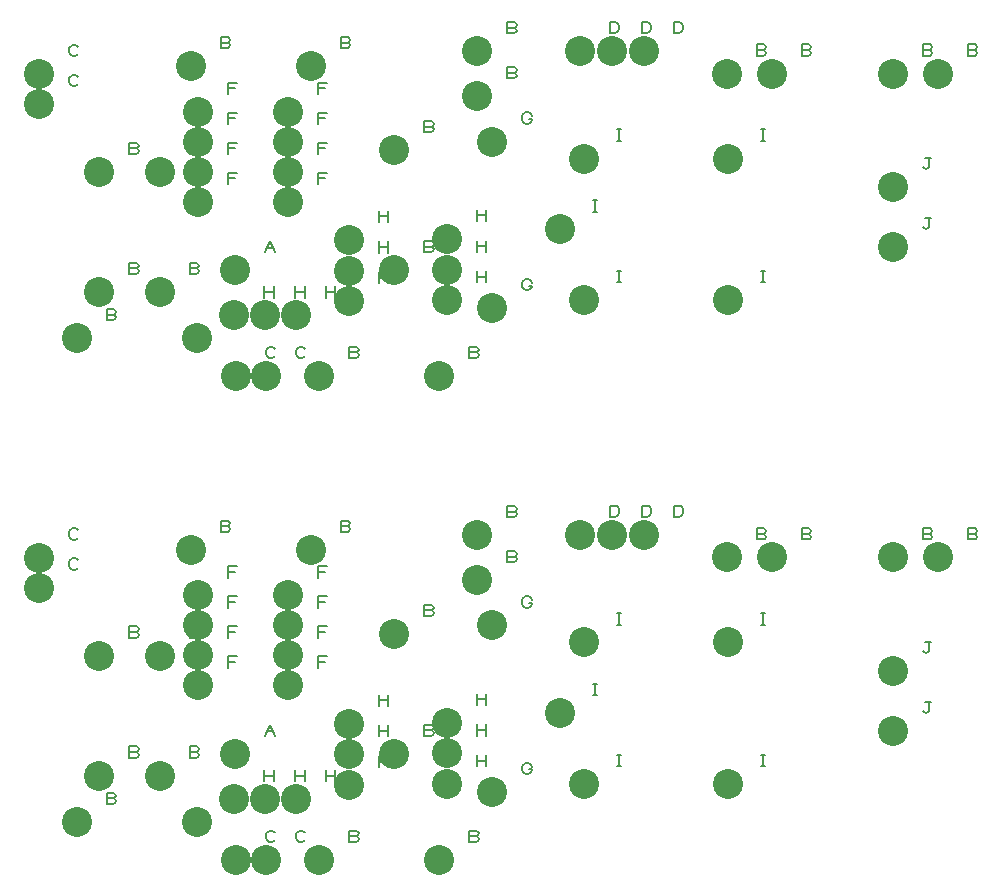
<source format=gbr>
G04 DesignSpark PCB Gerber Version 10.0 Build 5299*
G04 #@! TF.Part,Single*
G04 #@! TF.FileFunction,Drillmap*
G04 #@! TF.FilePolarity,Positive*
%FSLAX35Y35*%
%MOIN*%
%ADD15C,0.00500*%
G04 #@! TA.AperFunction,ViaPad*
%ADD81C,0.10000*%
G04 #@! TD.AperFunction*
X0Y0D02*
D02*
D15*
X119552Y143226D02*
X119239Y142913D01*
X118614Y142600D01*
X117677D01*
X117052Y142913D01*
X116739Y143226D01*
X116427Y143850D01*
Y145100D01*
X116739Y145726D01*
X117052Y146038D01*
X117677Y146350D01*
X118614D01*
X119239Y146038D01*
X119552Y145726D01*
Y153226D02*
X119239Y152913D01*
X118614Y152600D01*
X117677D01*
X117052Y152913D01*
X116739Y153226D01*
X116427Y153850D01*
Y155100D01*
X116739Y155726D01*
X117052Y156038D01*
X117677Y156350D01*
X118614D01*
X119239Y156038D01*
X119552Y155726D01*
Y304485D02*
X119239Y304173D01*
X118614Y303860D01*
X117677D01*
X117052Y304173D01*
X116739Y304485D01*
X116427Y305110D01*
Y306360D01*
X116739Y306985D01*
X117052Y307298D01*
X117677Y307610D01*
X118614D01*
X119239Y307298D01*
X119552Y306985D01*
Y314485D02*
X119239Y314173D01*
X118614Y313860D01*
X117677D01*
X117052Y314173D01*
X116739Y314485D01*
X116427Y315110D01*
Y316360D01*
X116739Y316985D01*
X117052Y317298D01*
X117677Y317610D01*
X118614D01*
X119239Y317298D01*
X119552Y316985D01*
X131213Y66365D02*
X131838Y66053D01*
X132150Y65428D01*
X131838Y64803D01*
X131213Y64490D01*
X129025D01*
Y68240D01*
X131213D01*
X131838Y67928D01*
X132150Y67303D01*
X131838Y66678D01*
X131213Y66365D01*
X129025D01*
X131213Y227625D02*
X131838Y227313D01*
X132150Y226688D01*
X131838Y226063D01*
X131213Y225750D01*
X129025D01*
Y229500D01*
X131213D01*
X131838Y229188D01*
X132150Y228563D01*
X131838Y227938D01*
X131213Y227625D01*
X129025D01*
X138772Y81798D02*
X139397Y81486D01*
X139709Y80861D01*
X139397Y80236D01*
X138772Y79923D01*
X136584D01*
Y83673D01*
X138772D01*
X139397Y83361D01*
X139709Y82736D01*
X139397Y82111D01*
X138772Y81798D01*
X136584D01*
X138772Y121798D02*
X139397Y121486D01*
X139709Y120861D01*
X139397Y120236D01*
X138772Y119923D01*
X136584D01*
Y123673D01*
X138772D01*
X139397Y123361D01*
X139709Y122736D01*
X139397Y122111D01*
X138772Y121798D01*
X136584D01*
X138772Y243058D02*
X139397Y242746D01*
X139709Y242121D01*
X139397Y241496D01*
X138772Y241183D01*
X136584D01*
Y244933D01*
X138772D01*
X139397Y244621D01*
X139709Y243996D01*
X139397Y243371D01*
X138772Y243058D01*
X136584D01*
X138772Y283058D02*
X139397Y282746D01*
X139709Y282121D01*
X139397Y281496D01*
X138772Y281183D01*
X136584D01*
Y284933D01*
X138772D01*
X139397Y284621D01*
X139709Y283996D01*
X139397Y283371D01*
X138772Y283058D01*
X136584D01*
X158929Y81798D02*
X159554Y81486D01*
X159867Y80861D01*
X159554Y80236D01*
X158929Y79923D01*
X156742D01*
Y83673D01*
X158929D01*
X159554Y83361D01*
X159867Y82736D01*
X159554Y82111D01*
X158929Y81798D01*
X156742D01*
X158929Y121798D02*
X159554Y121486D01*
X159867Y120861D01*
X159554Y120236D01*
X158929Y119923D01*
X156742D01*
Y123673D01*
X158929D01*
X159554Y123361D01*
X159867Y122736D01*
X159554Y122111D01*
X158929Y121798D01*
X156742D01*
X158929Y243058D02*
X159554Y242746D01*
X159867Y242121D01*
X159554Y241496D01*
X158929Y241183D01*
X156742D01*
Y244933D01*
X158929D01*
X159554Y244621D01*
X159867Y243996D01*
X159554Y243371D01*
X158929Y243058D01*
X156742D01*
X158929Y283058D02*
X159554Y282746D01*
X159867Y282121D01*
X159554Y281496D01*
X158929Y281183D01*
X156742D01*
Y284933D01*
X158929D01*
X159554Y284621D01*
X159867Y283996D01*
X159554Y283371D01*
X158929Y283058D01*
X156742D01*
X169323Y157074D02*
X169948Y156761D01*
X170261Y156137D01*
X169948Y155511D01*
X169323Y155199D01*
X167135D01*
Y158949D01*
X169323D01*
X169948Y158637D01*
X170261Y158011D01*
X169948Y157387D01*
X169323Y157074D01*
X167135D01*
X169323Y318334D02*
X169948Y318021D01*
X170261Y317396D01*
X169948Y316771D01*
X169323Y316459D01*
X167135D01*
Y320209D01*
X169323D01*
X169948Y319896D01*
X170261Y319271D01*
X169948Y318646D01*
X169323Y318334D01*
X167135D01*
X171213Y66365D02*
X171838Y66053D01*
X172150Y65428D01*
X171838Y64803D01*
X171213Y64490D01*
X169025D01*
Y68240D01*
X171213D01*
X171838Y67928D01*
X172150Y67303D01*
X171838Y66678D01*
X171213Y66365D01*
X169025D01*
X171213Y227625D02*
X171838Y227313D01*
X172150Y226688D01*
X171838Y226063D01*
X171213Y225750D01*
X169025D01*
Y229500D01*
X171213D01*
X171838Y229188D01*
X172150Y228563D01*
X171838Y227938D01*
X171213Y227625D01*
X169025D01*
X169458Y109963D02*
Y113713D01*
X172583D01*
X171958Y111838D02*
X169458D01*
Y119963D02*
Y123713D01*
X172583D01*
X171958Y121838D02*
X169458D01*
Y129963D02*
Y133713D01*
X172583D01*
X171958Y131838D02*
X169458D01*
Y139963D02*
Y143713D01*
X172583D01*
X171958Y141838D02*
X169458D01*
Y271222D02*
Y274972D01*
X172583D01*
X171958Y273098D02*
X169458D01*
Y281222D02*
Y284972D01*
X172583D01*
X171958Y283098D02*
X169458D01*
Y291222D02*
Y294972D01*
X172583D01*
X171958Y293098D02*
X169458D01*
Y301222D02*
Y304972D01*
X172583D01*
X171958Y303098D02*
X169458D01*
X181624Y72049D02*
Y75799D01*
Y73924D02*
X184749D01*
Y72049D02*
Y75799D01*
X181624Y233309D02*
Y237059D01*
Y235184D02*
X184749D01*
Y233309D02*
Y237059D01*
X181939Y87167D02*
X183501Y90917D01*
X185064Y87167D01*
X182564Y88730D02*
X184439D01*
X181939Y248427D02*
X183501Y252177D01*
X185064Y248427D01*
X182564Y249990D02*
X184439D01*
X185143Y52517D02*
X184830Y52204D01*
X184205Y51892D01*
X183267D01*
X182643Y52204D01*
X182330Y52517D01*
X182017Y53142D01*
Y54392D01*
X182330Y55017D01*
X182643Y55330D01*
X183267Y55642D01*
X184205D01*
X184830Y55330D01*
X185143Y55017D01*
Y213777D02*
X184830Y213464D01*
X184205Y213152D01*
X183267D01*
X182643Y213464D01*
X182330Y213777D01*
X182017Y214402D01*
Y215652D01*
X182330Y216277D01*
X182643Y216589D01*
X183267Y216902D01*
X184205D01*
X184830Y216589D01*
X185143Y216277D01*
X191860Y72049D02*
Y75799D01*
Y73924D02*
X194985D01*
Y72049D02*
Y75799D01*
X191860Y233309D02*
Y237059D01*
Y235184D02*
X194985D01*
Y233309D02*
Y237059D01*
X195143Y52517D02*
X194830Y52204D01*
X194205Y51892D01*
X193267D01*
X192643Y52204D01*
X192330Y52517D01*
X192017Y53142D01*
Y54392D01*
X192330Y55017D01*
X192643Y55330D01*
X193267Y55642D01*
X194205D01*
X194830Y55330D01*
X195143Y55017D01*
Y213777D02*
X194830Y213464D01*
X194205Y213152D01*
X193267D01*
X192643Y213464D01*
X192330Y213777D01*
X192017Y214402D01*
Y215652D01*
X192330Y216277D01*
X192643Y216589D01*
X193267Y216902D01*
X194205D01*
X194830Y216589D01*
X195143Y216277D01*
X199458Y109963D02*
Y113713D01*
X202583D01*
X201958Y111838D02*
X199458D01*
Y119963D02*
Y123713D01*
X202583D01*
X201958Y121838D02*
X199458D01*
Y129963D02*
Y133713D01*
X202583D01*
X201958Y131838D02*
X199458D01*
Y139963D02*
Y143713D01*
X202583D01*
X201958Y141838D02*
X199458D01*
Y271222D02*
Y274972D01*
X202583D01*
X201958Y273098D02*
X199458D01*
Y281222D02*
Y284972D01*
X202583D01*
X201958Y283098D02*
X199458D01*
Y291222D02*
Y294972D01*
X202583D01*
X201958Y293098D02*
X199458D01*
Y301222D02*
Y304972D01*
X202583D01*
X201958Y303098D02*
X199458D01*
X202096Y72049D02*
Y75799D01*
Y73924D02*
X205221D01*
Y72049D02*
Y75799D01*
X202096Y233309D02*
Y237059D01*
Y235184D02*
X205221D01*
Y233309D02*
Y237059D01*
X209323Y157074D02*
X209948Y156761D01*
X210261Y156137D01*
X209948Y155511D01*
X209323Y155199D01*
X207135D01*
Y158949D01*
X209323D01*
X209948Y158637D01*
X210261Y158011D01*
X209948Y157387D01*
X209323Y157074D01*
X207135D01*
X209323Y318334D02*
X209948Y318021D01*
X210261Y317396D01*
X209948Y316771D01*
X209323Y316459D01*
X207135D01*
Y320209D01*
X209323D01*
X209948Y319896D01*
X210261Y319271D01*
X209948Y318646D01*
X209323Y318334D01*
X207135D01*
X212157Y53767D02*
X212783Y53454D01*
X213095Y52830D01*
X212783Y52204D01*
X212157Y51892D01*
X209970D01*
Y55642D01*
X212157D01*
X212783Y55330D01*
X213095Y54704D01*
X212783Y54080D01*
X212157Y53767D01*
X209970D01*
X212157Y215027D02*
X212783Y214714D01*
X213095Y214089D01*
X212783Y213464D01*
X212157Y213152D01*
X209970D01*
Y216902D01*
X212157D01*
X212783Y216589D01*
X213095Y215964D01*
X212783Y215339D01*
X212157Y215027D01*
X209970D01*
X219734Y76774D02*
Y80524D01*
Y78649D02*
X222859D01*
Y76774D02*
Y80524D01*
X219734Y87010D02*
Y90760D01*
Y88885D02*
X222859D01*
Y87010D02*
Y90760D01*
X219734Y97246D02*
Y100996D01*
Y99121D02*
X222859D01*
Y97246D02*
Y100996D01*
X219734Y238033D02*
Y241783D01*
Y239909D02*
X222859D01*
Y238033D02*
Y241783D01*
X219734Y248270D02*
Y252020D01*
Y250145D02*
X222859D01*
Y248270D02*
Y252020D01*
X219734Y258506D02*
Y262256D01*
Y260381D02*
X222859D01*
Y258506D02*
Y262256D01*
X237039Y89043D02*
X237665Y88730D01*
X237977Y88105D01*
X237665Y87480D01*
X237039Y87167D01*
X234852D01*
Y90917D01*
X237039D01*
X237665Y90605D01*
X237977Y89980D01*
X237665Y89355D01*
X237039Y89043D01*
X234852D01*
X237039Y129043D02*
X237665Y128730D01*
X237977Y128105D01*
X237665Y127480D01*
X237039Y127167D01*
X234852D01*
Y130917D01*
X237039D01*
X237665Y130605D01*
X237977Y129980D01*
X237665Y129355D01*
X237039Y129043D01*
X234852D01*
X237039Y250302D02*
X237665Y249990D01*
X237977Y249365D01*
X237665Y248740D01*
X237039Y248427D01*
X234852D01*
Y252177D01*
X237039D01*
X237665Y251865D01*
X237977Y251240D01*
X237665Y250615D01*
X237039Y250302D01*
X234852D01*
X237039Y290302D02*
X237665Y289990D01*
X237977Y289365D01*
X237665Y288740D01*
X237039Y288427D01*
X234852D01*
Y292177D01*
X237039D01*
X237665Y291865D01*
X237977Y291240D01*
X237665Y290615D01*
X237039Y290302D01*
X234852D01*
X252157Y53767D02*
X252783Y53454D01*
X253095Y52830D01*
X252783Y52204D01*
X252157Y51892D01*
X249970D01*
Y55642D01*
X252157D01*
X252783Y55330D01*
X253095Y54704D01*
X252783Y54080D01*
X252157Y53767D01*
X249970D01*
X252157Y215027D02*
X252783Y214714D01*
X253095Y214089D01*
X252783Y213464D01*
X252157Y213152D01*
X249970D01*
Y216902D01*
X252157D01*
X252783Y216589D01*
X253095Y215964D01*
X252783Y215339D01*
X252157Y215027D01*
X249970D01*
X252490Y77089D02*
Y80839D01*
Y78964D02*
X255615D01*
Y77089D02*
Y80839D01*
X252490Y87325D02*
Y91075D01*
Y89200D02*
X255615D01*
Y87325D02*
Y91075D01*
X252490Y97561D02*
Y101311D01*
Y99436D02*
X255615D01*
Y97561D02*
Y101311D01*
X252490Y238348D02*
Y242098D01*
Y240224D02*
X255615D01*
Y238348D02*
Y242098D01*
X252490Y248585D02*
Y252335D01*
Y250460D02*
X255615D01*
Y248585D02*
Y252335D01*
X252490Y258821D02*
Y262571D01*
Y260696D02*
X255615D01*
Y258821D02*
Y262571D01*
X264756Y146995D02*
X265381Y146683D01*
X265694Y146058D01*
X265381Y145433D01*
X264756Y145120D01*
X262569D01*
Y148870D01*
X264756D01*
X265381Y148558D01*
X265694Y147933D01*
X265381Y147308D01*
X264756Y146995D01*
X262569D01*
X264756Y161995D02*
X265381Y161683D01*
X265694Y161058D01*
X265381Y160433D01*
X264756Y160120D01*
X262569D01*
Y163870D01*
X264756D01*
X265381Y163558D01*
X265694Y162933D01*
X265381Y162308D01*
X264756Y161995D01*
X262569D01*
X264756Y308255D02*
X265381Y307943D01*
X265694Y307318D01*
X265381Y306693D01*
X264756Y306380D01*
X262569D01*
Y310130D01*
X264756D01*
X265381Y309818D01*
X265694Y309193D01*
X265381Y308568D01*
X264756Y308255D01*
X262569D01*
X264756Y323255D02*
X265381Y322943D01*
X265694Y322318D01*
X265381Y321693D01*
X264756Y321380D01*
X262569D01*
Y325130D01*
X264756D01*
X265381Y324818D01*
X265694Y324193D01*
X265381Y323568D01*
X264756Y323255D01*
X262569D01*
X269795Y76053D02*
X270733D01*
Y75740D01*
X270420Y75115D01*
X270108Y74803D01*
X269483Y74490D01*
X268858D01*
X268233Y74803D01*
X267920Y75115D01*
X267608Y75740D01*
Y76990D01*
X267920Y77615D01*
X268233Y77928D01*
X268858Y78240D01*
X269483D01*
X270108Y77928D01*
X270420Y77615D01*
X270733Y76990D01*
X269795Y131565D02*
X270733D01*
Y131252D01*
X270420Y130627D01*
X270108Y130315D01*
X269483Y130002D01*
X268858D01*
X268233Y130315D01*
X267920Y130627D01*
X267608Y131252D01*
Y132502D01*
X267920Y133127D01*
X268233Y133440D01*
X268858Y133752D01*
X269483D01*
X270108Y133440D01*
X270420Y133127D01*
X270733Y132502D01*
X269795Y237313D02*
X270733D01*
Y237000D01*
X270420Y236375D01*
X270108Y236063D01*
X269483Y235750D01*
X268858D01*
X268233Y236063D01*
X267920Y236375D01*
X267608Y237000D01*
Y238250D01*
X267920Y238875D01*
X268233Y239188D01*
X268858Y239500D01*
X269483D01*
X270108Y239188D01*
X270420Y238875D01*
X270733Y238250D01*
X269795Y292824D02*
X270733D01*
Y292512D01*
X270420Y291887D01*
X270108Y291574D01*
X269483Y291262D01*
X268858D01*
X268233Y291574D01*
X267920Y291887D01*
X267608Y292512D01*
Y293762D01*
X267920Y294387D01*
X268233Y294700D01*
X268858Y295012D01*
X269483D01*
X270108Y294700D01*
X270420Y294387D01*
X270733Y293762D01*
X291183Y100711D02*
X292433D01*
X291808D02*
Y104461D01*
X291183D02*
X292433D01*
X291183Y261970D02*
X292433D01*
X291808D02*
Y265720D01*
X291183D02*
X292433D01*
X296742Y160238D02*
Y163988D01*
X298617D01*
X299242Y163676D01*
X299554Y163363D01*
X299867Y162738D01*
Y161488D01*
X299554Y160863D01*
X299242Y160551D01*
X298617Y160238D01*
X296742D01*
Y321498D02*
Y325248D01*
X298617D01*
X299242Y324936D01*
X299554Y324623D01*
X299867Y323998D01*
Y322748D01*
X299554Y322123D01*
X299242Y321811D01*
X298617Y321498D01*
X296742D01*
X299057Y77089D02*
X300307D01*
X299682D02*
Y80839D01*
X299057D02*
X300307D01*
X299057Y124333D02*
X300307D01*
X299682D02*
Y128083D01*
X299057D02*
X300307D01*
X299057Y238348D02*
X300307D01*
X299682D02*
Y242098D01*
X299057D02*
X300307D01*
X299057Y285593D02*
X300307D01*
X299682D02*
Y289343D01*
X299057D02*
X300307D01*
X307372Y160238D02*
Y163988D01*
X309247D01*
X309872Y163676D01*
X310184Y163363D01*
X310497Y162738D01*
Y161488D01*
X310184Y160863D01*
X309872Y160551D01*
X309247Y160238D01*
X307372D01*
Y321498D02*
Y325248D01*
X309247D01*
X309872Y324936D01*
X310184Y324623D01*
X310497Y323998D01*
Y322748D01*
X310184Y322123D01*
X309872Y321811D01*
X309247Y321498D01*
X307372D01*
X318002Y160238D02*
Y163988D01*
X319877D01*
X320502Y163676D01*
X320814Y163363D01*
X321127Y162738D01*
Y161488D01*
X320814Y160863D01*
X320502Y160551D01*
X319877Y160238D01*
X318002D01*
Y321498D02*
Y325248D01*
X319877D01*
X320502Y324936D01*
X320814Y324623D01*
X321127Y323998D01*
Y322748D01*
X320814Y322123D01*
X320502Y321811D01*
X319877Y321498D01*
X318002D01*
X347906Y154554D02*
X348531Y154242D01*
X348843Y153617D01*
X348531Y152992D01*
X347906Y152679D01*
X345718D01*
Y156429D01*
X347906D01*
X348531Y156117D01*
X348843Y155492D01*
X348531Y154867D01*
X347906Y154554D01*
X345718D01*
X347906Y315814D02*
X348531Y315502D01*
X348843Y314877D01*
X348531Y314252D01*
X347906Y313939D01*
X345718D01*
Y317689D01*
X347906D01*
X348531Y317377D01*
X348843Y316752D01*
X348531Y316127D01*
X347906Y315814D01*
X345718D01*
X347089Y77089D02*
X348339D01*
X347714D02*
Y80839D01*
X347089D02*
X348339D01*
X347089Y124333D02*
X348339D01*
X347714D02*
Y128083D01*
X347089D02*
X348339D01*
X347089Y238348D02*
X348339D01*
X347714D02*
Y242098D01*
X347089D02*
X348339D01*
X347089Y285593D02*
X348339D01*
X347714D02*
Y289343D01*
X347089D02*
X348339D01*
X362906Y154554D02*
X363531Y154242D01*
X363843Y153617D01*
X363531Y152992D01*
X362906Y152679D01*
X360718D01*
Y156429D01*
X362906D01*
X363531Y156117D01*
X363843Y155492D01*
X363531Y154867D01*
X362906Y154554D01*
X360718D01*
X362906Y315814D02*
X363531Y315502D01*
X363843Y314877D01*
X363531Y314252D01*
X362906Y313939D01*
X360718D01*
Y317689D01*
X362906D01*
X363531Y317377D01*
X363843Y316752D01*
X363531Y316127D01*
X362906Y315814D01*
X360718D01*
X401151Y95430D02*
X401464Y95118D01*
X402089Y94805D01*
X402714Y95118D01*
X403026Y95430D01*
Y98555D01*
X403651D01*
X403026D02*
X401776D01*
X401151Y115430D02*
X401464Y115118D01*
X402089Y114805D01*
X402714Y115118D01*
X403026Y115430D01*
Y118555D01*
X403651D01*
X403026D02*
X401776D01*
X403339Y154554D02*
X403964Y154242D01*
X404276Y153617D01*
X403964Y152992D01*
X403339Y152679D01*
X401151D01*
Y156429D01*
X403339D01*
X403964Y156117D01*
X404276Y155492D01*
X403964Y154867D01*
X403339Y154554D01*
X401151D01*
Y256690D02*
X401464Y256378D01*
X402089Y256065D01*
X402714Y256378D01*
X403026Y256690D01*
Y259815D01*
X403651D01*
X403026D02*
X401776D01*
X401151Y276690D02*
X401464Y276378D01*
X402089Y276065D01*
X402714Y276378D01*
X403026Y276690D01*
Y279815D01*
X403651D01*
X403026D02*
X401776D01*
X403339Y315814D02*
X403964Y315502D01*
X404276Y314877D01*
X403964Y314252D01*
X403339Y313939D01*
X401151D01*
Y317689D01*
X403339D01*
X403964Y317377D01*
X404276Y316752D01*
X403964Y316127D01*
X403339Y315814D01*
X401151D01*
X418339Y154554D02*
X418964Y154242D01*
X419276Y153617D01*
X418964Y152992D01*
X418339Y152679D01*
X416151D01*
Y156429D01*
X418339D01*
X418964Y156117D01*
X419276Y155492D01*
X418964Y154867D01*
X418339Y154554D01*
X416151D01*
X418339Y315814D02*
X418964Y315502D01*
X419276Y314877D01*
X418964Y314252D01*
X418339Y313939D01*
X416151D01*
Y317689D01*
X418339D01*
X418964Y317377D01*
X419276Y316752D01*
X418964Y316127D01*
X418339Y315814D01*
X416151D01*
D02*
D81*
X106427Y136663D03*
Y146663D03*
Y297923D03*
Y307923D03*
X119025Y58553D03*
Y219813D03*
X126584Y73986D03*
Y113986D03*
Y235246D03*
Y275246D03*
X146742Y73986D03*
Y113986D03*
Y235246D03*
Y275246D03*
X157135Y149261D03*
Y310521D03*
X159025Y58553D03*
Y219813D03*
X159458Y104025D03*
Y114025D03*
Y124025D03*
Y134025D03*
Y265285D03*
Y275285D03*
Y285285D03*
Y295285D03*
X171624Y66112D03*
Y227372D03*
X171939Y81230D03*
Y242490D03*
X172017Y45954D03*
Y207214D03*
X181860Y66112D03*
Y227372D03*
X182017Y45954D03*
Y207214D03*
X189458Y104025D03*
Y114025D03*
Y124025D03*
Y134025D03*
Y265285D03*
Y275285D03*
Y285285D03*
Y295285D03*
X192096Y66112D03*
Y227372D03*
X197135Y149261D03*
Y310521D03*
X199970Y45954D03*
Y207214D03*
X209734Y70836D03*
Y81072D03*
Y91309D03*
Y232096D03*
Y242332D03*
Y252569D03*
X224852Y81230D03*
Y121230D03*
Y242490D03*
Y282490D03*
X239970Y45954D03*
Y207214D03*
X242490Y71151D03*
Y81387D03*
Y91624D03*
Y232411D03*
Y242647D03*
Y252883D03*
X252569Y139183D03*
Y154183D03*
Y300443D03*
Y315443D03*
X257608Y68553D03*
Y124065D03*
Y229813D03*
Y285324D03*
X280246Y94773D03*
Y256033D03*
X286742Y154301D03*
Y315561D03*
X288120Y71151D03*
Y118395D03*
Y232411D03*
Y279655D03*
X297372Y154301D03*
Y315561D03*
X308002Y154301D03*
Y315561D03*
X335718Y146742D03*
Y308002D03*
X336151Y71151D03*
Y118395D03*
Y232411D03*
Y279655D03*
X350718Y146742D03*
Y308002D03*
X391151Y88868D03*
Y108868D03*
Y146742D03*
Y250128D03*
Y270128D03*
Y308002D03*
X406151Y146742D03*
Y308002D03*
X0Y0D02*
M02*

</source>
